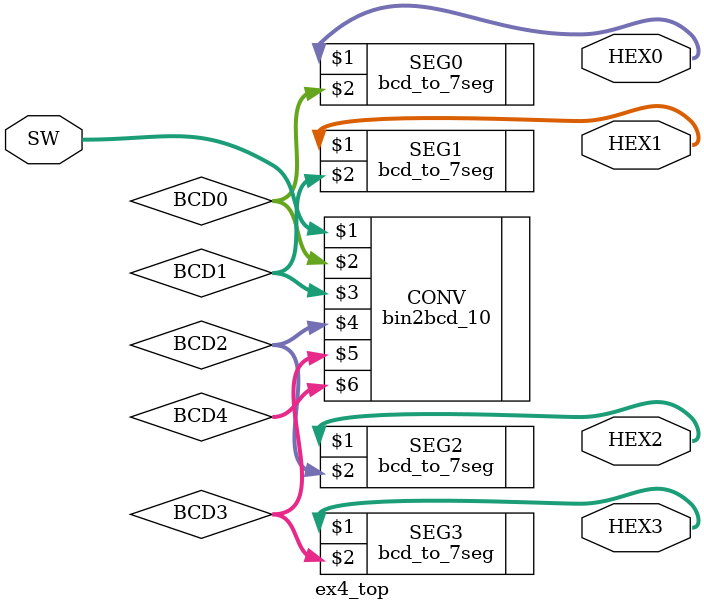
<source format=v>
module ex4_top(
	SW,
	HEX0,
	HEX1,
	HEX2,
	HEX3
);

	input	[9:0] SW;
	output[6:0] HEX0;
	output[6:0] HEX1;
	output[6:0] HEX2;
	output[6:0] HEX3;
	
	wire [3:0] BCD0;
	wire [3:0] BCD1;
	wire [3:0] BCD2;
	wire [3:0] BCD3;
	wire [3:0] BCD4;
	
	bin2bcd_10 CONV (SW, BCD0, BCD1, BCD2, BCD3, BCD4);

	bcd_to_7seg SEG0 (HEX0, BCD0);
	bcd_to_7seg SEG1 (HEX1, BCD1);
	bcd_to_7seg SEG2 (HEX2, BCD2);
	bcd_to_7seg SEG3 (HEX3, BCD3);
	
endmodule
</source>
